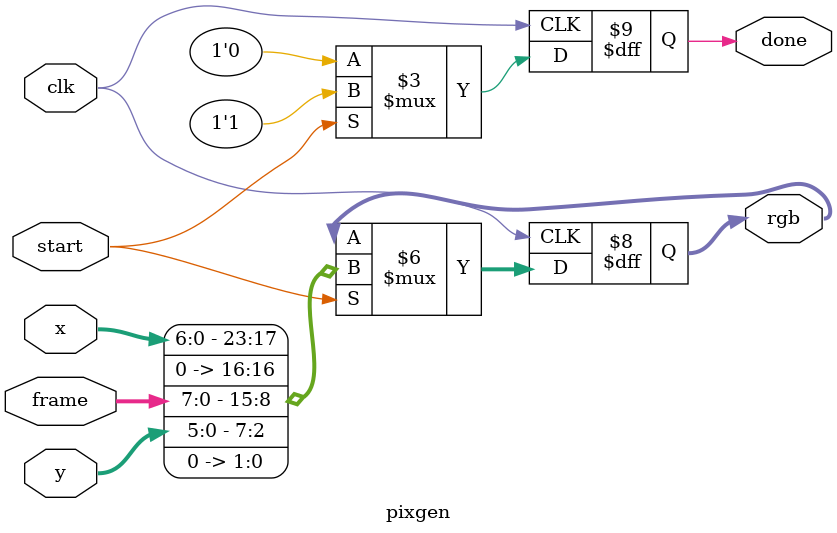
<source format=sv>
module pixgen #(
    parameter integer X_DEPTH   = 9,
    parameter integer Y_DEPTH   = 9,
    parameter integer RGB_DEPTH = 24
) (
    input clk,
    input start,
    input [X_DEPTH-1:0] x,
    input [Y_DEPTH-1:0] y,
    input [7:0] frame,
    output reg [RGB_DEPTH-1:0] rgb,
    output reg done
);

// given x and y inputs, create an rgb output

always @(posedge clk) begin
  if (start) begin
    done <= 1;
    rgb <= { x[6:0], 1'b0, frame, y[5:0], 2'b0};
  end
  else done <= 0;
end

endmodule

</source>
